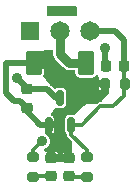
<source format=gbr>
%TF.GenerationSoftware,KiCad,Pcbnew,8.0.2-1*%
%TF.CreationDate,2024-08-18T21:43:29-07:00*%
%TF.ProjectId,HallSwitch,48616c6c-5377-4697-9463-682e6b696361,rev?*%
%TF.SameCoordinates,Original*%
%TF.FileFunction,Copper,L1,Top*%
%TF.FilePolarity,Positive*%
%FSLAX46Y46*%
G04 Gerber Fmt 4.6, Leading zero omitted, Abs format (unit mm)*
G04 Created by KiCad (PCBNEW 8.0.2-1) date 2024-08-18 21:43:29*
%MOMM*%
%LPD*%
G01*
G04 APERTURE LIST*
G04 Aperture macros list*
%AMRoundRect*
0 Rectangle with rounded corners*
0 $1 Rounding radius*
0 $2 $3 $4 $5 $6 $7 $8 $9 X,Y pos of 4 corners*
0 Add a 4 corners polygon primitive as box body*
4,1,4,$2,$3,$4,$5,$6,$7,$8,$9,$2,$3,0*
0 Add four circle primitives for the rounded corners*
1,1,$1+$1,$2,$3*
1,1,$1+$1,$4,$5*
1,1,$1+$1,$6,$7*
1,1,$1+$1,$8,$9*
0 Add four rect primitives between the rounded corners*
20,1,$1+$1,$2,$3,$4,$5,0*
20,1,$1+$1,$4,$5,$6,$7,0*
20,1,$1+$1,$6,$7,$8,$9,0*
20,1,$1+$1,$8,$9,$2,$3,0*%
G04 Aperture macros list end*
%TA.AperFunction,SMDPad,CuDef*%
%ADD10RoundRect,0.150000X0.150000X-0.512500X0.150000X0.512500X-0.150000X0.512500X-0.150000X-0.512500X0*%
%TD*%
%TA.AperFunction,SMDPad,CuDef*%
%ADD11RoundRect,0.225000X0.250000X-0.225000X0.250000X0.225000X-0.250000X0.225000X-0.250000X-0.225000X0*%
%TD*%
%TA.AperFunction,SMDPad,CuDef*%
%ADD12RoundRect,0.218750X0.256250X-0.218750X0.256250X0.218750X-0.256250X0.218750X-0.256250X-0.218750X0*%
%TD*%
%TA.AperFunction,SMDPad,CuDef*%
%ADD13RoundRect,0.200000X-0.200000X-0.275000X0.200000X-0.275000X0.200000X0.275000X-0.200000X0.275000X0*%
%TD*%
%TA.AperFunction,SMDPad,CuDef*%
%ADD14RoundRect,0.225000X0.225000X0.250000X-0.225000X0.250000X-0.225000X-0.250000X0.225000X-0.250000X0*%
%TD*%
%TA.AperFunction,SMDPad,CuDef*%
%ADD15RoundRect,0.200000X0.275000X-0.200000X0.275000X0.200000X-0.275000X0.200000X-0.275000X-0.200000X0*%
%TD*%
%TA.AperFunction,SMDPad,CuDef*%
%ADD16RoundRect,0.250000X-0.450000X-0.800000X0.450000X-0.800000X0.450000X0.800000X-0.450000X0.800000X0*%
%TD*%
%TA.AperFunction,ComponentPad*%
%ADD17R,1.650000X1.650000*%
%TD*%
%TA.AperFunction,ComponentPad*%
%ADD18C,1.650000*%
%TD*%
%TA.AperFunction,ViaPad*%
%ADD19C,0.889000*%
%TD*%
%TA.AperFunction,Conductor*%
%ADD20C,0.508000*%
%TD*%
%TA.AperFunction,Conductor*%
%ADD21C,0.304800*%
%TD*%
%TA.AperFunction,Conductor*%
%ADD22C,0.762000*%
%TD*%
G04 APERTURE END LIST*
D10*
%TO.P,U1,1,VDD*%
%TO.N,SYS PWR*%
X126050000Y-104413900D03*
%TO.P,U1,2,OUT*%
%TO.N,Net-(J1-Pin_3)*%
X127950000Y-104413900D03*
%TO.P,U1,3,VSS*%
%TO.N,GND*%
X127000000Y-102138900D03*
%TD*%
D11*
%TO.P,C1,1*%
%TO.N,SYS PWR*%
X124155200Y-102959200D03*
%TO.P,C1,2*%
%TO.N,GND*%
X124155200Y-101409200D03*
%TD*%
D12*
%TO.P,D3,1,K*%
%TO.N,Net-(D3-K)*%
X127762000Y-108788300D03*
%TO.P,D3,2,A*%
%TO.N,SYS PWR*%
X127762000Y-107213300D03*
%TD*%
D13*
%TO.P,R1,1*%
%TO.N,SYS PWR*%
X130797800Y-100939600D03*
%TO.P,R1,2*%
%TO.N,Net-(J1-Pin_3)*%
X132447800Y-100939600D03*
%TD*%
D14*
%TO.P,C2,1*%
%TO.N,Net-(J1-Pin_3)*%
X132397800Y-99466400D03*
%TO.P,C2,2*%
%TO.N,GND*%
X130847800Y-99466400D03*
%TD*%
D15*
%TO.P,R3,1*%
%TO.N,Net-(D3-K)*%
X129286000Y-108825800D03*
%TO.P,R3,2*%
%TO.N,Net-(J1-Pin_3)*%
X129286000Y-107175800D03*
%TD*%
%TO.P,R2,1*%
%TO.N,Net-(D2-K)*%
X124714000Y-108825800D03*
%TO.P,R2,2*%
%TO.N,GND*%
X124714000Y-107175800D03*
%TD*%
D12*
%TO.P,D2,1,K*%
%TO.N,Net-(D2-K)*%
X126238000Y-108788300D03*
%TO.P,D2,2,A*%
%TO.N,SYS PWR*%
X126238000Y-107213300D03*
%TD*%
D16*
%TO.P,D1,1,K*%
%TO.N,SYS PWR*%
X124774600Y-99187000D03*
%TO.P,D1,2,A*%
%TO.N,+5V*%
X129174600Y-99187000D03*
%TD*%
D17*
%TO.P,J1,1,Pin_1*%
%TO.N,GND*%
X124460000Y-96520000D03*
D18*
%TO.P,J1,2,Pin_2*%
%TO.N,+5V*%
X127000000Y-96520000D03*
%TO.P,J1,3,Pin_3*%
%TO.N,Net-(J1-Pin_3)*%
X129540000Y-96520000D03*
%TD*%
D19*
%TO.N,GND*%
X125476000Y-105816400D03*
X130784000Y-97942400D03*
X123326500Y-100482400D03*
%TD*%
D20*
%TO.N,SYS PWR*%
X124155200Y-103255728D02*
X124155200Y-102959200D01*
X124155200Y-102959200D02*
X123579900Y-102383900D01*
X125313372Y-104413900D02*
X124155200Y-103255728D01*
X122428000Y-101752400D02*
X122428000Y-99212400D01*
X122453400Y-99187000D02*
X124774600Y-99187000D01*
X122428000Y-99212400D02*
X122453400Y-99187000D01*
X123579900Y-102383900D02*
X123059500Y-102383900D01*
X126050000Y-104413900D02*
X125313372Y-104413900D01*
X123059500Y-102383900D02*
X122428000Y-101752400D01*
%TO.N,GND*%
X123326500Y-100482400D02*
X124155200Y-101311100D01*
X125894800Y-101409200D02*
X124155200Y-101409200D01*
X130784000Y-97942400D02*
X130784000Y-99402600D01*
X130784000Y-99402600D02*
X130847800Y-99466400D01*
X126624500Y-102138900D02*
X125894800Y-101409200D01*
D21*
X124714000Y-106578400D02*
X125476000Y-105816400D01*
D20*
X124155200Y-101311100D02*
X124155200Y-101409200D01*
X127000000Y-102138900D02*
X126624500Y-102138900D01*
D21*
X124714000Y-107175800D02*
X124714000Y-106578400D01*
%TO.N,Net-(J1-Pin_3)*%
X127950000Y-104413900D02*
X128830312Y-104413900D01*
X128830312Y-104413900D02*
X130412812Y-102831400D01*
X127950000Y-105242400D02*
X129286000Y-106578400D01*
X130412812Y-102831400D02*
X131515500Y-102831400D01*
D20*
X129540000Y-96520000D02*
X131673600Y-96520000D01*
X132397800Y-97244200D02*
X132397800Y-99466400D01*
D21*
X132397800Y-101949100D02*
X132397800Y-99466400D01*
X129286000Y-106578400D02*
X129286000Y-107175800D01*
X131515500Y-102831400D02*
X132397800Y-101949100D01*
X127950000Y-104413900D02*
X127950000Y-105242400D01*
D20*
X131673600Y-96520000D02*
X132397800Y-97244200D01*
D22*
%TO.N,+5V*%
X127736600Y-99187000D02*
X129174600Y-99187000D01*
X127000000Y-98450400D02*
X127736600Y-99187000D01*
X127000000Y-96520000D02*
X127000000Y-98450400D01*
D21*
%TO.N,Net-(D2-K)*%
X126238000Y-108788300D02*
X124751500Y-108788300D01*
X124751500Y-108788300D02*
X124714000Y-108825800D01*
%TO.N,Net-(D3-K)*%
X129286000Y-108825800D02*
X127799500Y-108825800D01*
X127799500Y-108825800D02*
X127762000Y-108788300D01*
%TD*%
%TA.AperFunction,Conductor*%
%TO.N,SYS PWR*%
G36*
X125730000Y-99695000D02*
G01*
X125058078Y-99695000D01*
X125002471Y-99663080D01*
X124970300Y-99601058D01*
X124968797Y-99585532D01*
X124968383Y-99585565D01*
X124968000Y-99580710D01*
X124968000Y-99580700D01*
X124968000Y-98171000D01*
X125730000Y-98171000D01*
X125730000Y-99695000D01*
G37*
%TD.AperFunction*%
%TD*%
%TA.AperFunction,Conductor*%
%TO.N,SYS PWR*%
G36*
X126361539Y-98089085D02*
G01*
X126407294Y-98141889D01*
X126418500Y-98193400D01*
X126418500Y-98366231D01*
X126418499Y-98366249D01*
X126418499Y-98373844D01*
X126418499Y-98526956D01*
X126450164Y-98645128D01*
X126450164Y-98645130D01*
X126458126Y-98674848D01*
X126458127Y-98674849D01*
X126534685Y-98807451D01*
X126650015Y-98922781D01*
X126650021Y-98922786D01*
X127266943Y-99539708D01*
X127266953Y-99539719D01*
X127271283Y-99544049D01*
X127271284Y-99544050D01*
X127379550Y-99652316D01*
X127512149Y-99728872D01*
X127551774Y-99739489D01*
X127551776Y-99739490D01*
X127551777Y-99739490D01*
X127587867Y-99749160D01*
X127660045Y-99768501D01*
X127660047Y-99768501D01*
X127820752Y-99768501D01*
X127820768Y-99768500D01*
X128150100Y-99768500D01*
X128217139Y-99788185D01*
X128262894Y-99840989D01*
X128274100Y-99892500D01*
X128274100Y-100041269D01*
X128276953Y-100071699D01*
X128276953Y-100071701D01*
X128320757Y-100196881D01*
X128321807Y-100199882D01*
X128402450Y-100309150D01*
X128511718Y-100389793D01*
X128554445Y-100404744D01*
X128639899Y-100434646D01*
X128670330Y-100437500D01*
X128670334Y-100437500D01*
X129678870Y-100437500D01*
X129709299Y-100434646D01*
X129709301Y-100434646D01*
X129773390Y-100412219D01*
X129837482Y-100389793D01*
X129946750Y-100309150D01*
X129998427Y-100239129D01*
X130054072Y-100196881D01*
X130123728Y-100191422D01*
X130185277Y-100224489D01*
X130190873Y-100230383D01*
X130232233Y-100276913D01*
X130299785Y-100352908D01*
X130329611Y-100416090D01*
X130320543Y-100485368D01*
X130319488Y-100487693D01*
X130277068Y-100578661D01*
X130271349Y-100622100D01*
X130539067Y-100622100D01*
X131021279Y-101164589D01*
X131101605Y-101286552D01*
X131115300Y-101331795D01*
X131115300Y-101541375D01*
X131120374Y-101547184D01*
X131130592Y-101616302D01*
X131126853Y-101633763D01*
X131108955Y-101695303D01*
X131094187Y-101727737D01*
X131029776Y-101827896D01*
X131019056Y-101842185D01*
X130502812Y-102435866D01*
X130443968Y-102473538D01*
X130409241Y-102478500D01*
X130366352Y-102478500D01*
X130306516Y-102494533D01*
X130276597Y-102502550D01*
X130196125Y-102549010D01*
X130114653Y-102630482D01*
X130053329Y-102663966D01*
X130026972Y-102666800D01*
X129184400Y-102666800D01*
X129037102Y-102807692D01*
X129037100Y-102807695D01*
X128287063Y-103525120D01*
X128225011Y-103557234D01*
X128183474Y-103558216D01*
X128133261Y-103550900D01*
X128133260Y-103550900D01*
X127766740Y-103550900D01*
X127766739Y-103550900D01*
X127698608Y-103560826D01*
X127593514Y-103612203D01*
X127510803Y-103694914D01*
X127459426Y-103800008D01*
X127449500Y-103868139D01*
X127449500Y-104959660D01*
X127459426Y-105027791D01*
X127510803Y-105132885D01*
X127560781Y-105182863D01*
X127594266Y-105244186D01*
X127597100Y-105270544D01*
X127597100Y-105288860D01*
X127621150Y-105378614D01*
X127667609Y-105459084D01*
X127667611Y-105459087D01*
X127979681Y-105771157D01*
X128013166Y-105832480D01*
X128016000Y-105858838D01*
X128016000Y-107086400D01*
X127998690Y-107217880D01*
X127947941Y-107340400D01*
X127867210Y-107445610D01*
X127762000Y-107526341D01*
X127751235Y-107530800D01*
X127170304Y-107530800D01*
X127166338Y-107537026D01*
X127113716Y-107582989D01*
X127061758Y-107594400D01*
X126938242Y-107594400D01*
X126871203Y-107574715D01*
X126833662Y-107537026D01*
X126829696Y-107530800D01*
X126111601Y-107530800D01*
X126110741Y-107530456D01*
X126007230Y-107454355D01*
X125926121Y-107354720D01*
X125920500Y-107342453D01*
X125920500Y-106895800D01*
X126555500Y-106895800D01*
X126829695Y-106895800D01*
X126829694Y-106895799D01*
X127170305Y-106895799D01*
X127170305Y-106895800D01*
X127444500Y-106895800D01*
X127444500Y-106651530D01*
X127444499Y-106651529D01*
X127414884Y-106655428D01*
X127414882Y-106655429D01*
X127304375Y-106706959D01*
X127218158Y-106793176D01*
X127170305Y-106895799D01*
X126829694Y-106895799D01*
X126781841Y-106793176D01*
X126695623Y-106706958D01*
X126585119Y-106655429D01*
X126555500Y-106651529D01*
X126555500Y-106895800D01*
X125920500Y-106895800D01*
X125920500Y-106651530D01*
X125920499Y-106651529D01*
X125890884Y-106655428D01*
X125890881Y-106655429D01*
X125844523Y-106677046D01*
X125775446Y-106687537D01*
X125711662Y-106659016D01*
X125673764Y-106601648D01*
X125661496Y-106562389D01*
X125660289Y-106492530D01*
X125697043Y-106433108D01*
X125722219Y-106415612D01*
X125845093Y-106351123D01*
X125962335Y-106247255D01*
X126051314Y-106118348D01*
X126106857Y-105971892D01*
X126125737Y-105816400D01*
X126106857Y-105660908D01*
X126051314Y-105514452D01*
X125962335Y-105385545D01*
X125962333Y-105385543D01*
X125962330Y-105385540D01*
X125845093Y-105281677D01*
X125845094Y-105281677D01*
X125816373Y-105266603D01*
X125766161Y-105218017D01*
X125751627Y-105162968D01*
X126350000Y-105162968D01*
X126359253Y-105158883D01*
X126432482Y-105085654D01*
X126474312Y-104990920D01*
X126474312Y-104990918D01*
X126476999Y-104967760D01*
X126477000Y-104967754D01*
X126477000Y-104713900D01*
X126350000Y-104713900D01*
X126350000Y-105162968D01*
X125751627Y-105162968D01*
X125750000Y-105156807D01*
X125750000Y-104237900D01*
X125769685Y-104170861D01*
X125822489Y-104125106D01*
X125874000Y-104113900D01*
X126476999Y-104113900D01*
X126476999Y-103860051D01*
X126476998Y-103860042D01*
X126474312Y-103836881D01*
X126474311Y-103836877D01*
X126432483Y-103742146D01*
X126359254Y-103668917D01*
X126281564Y-103634613D01*
X126228188Y-103589527D01*
X126210015Y-103530400D01*
X126238000Y-103530400D01*
X126545043Y-103018660D01*
X126596410Y-102971306D01*
X126665230Y-102959238D01*
X126705827Y-102971059D01*
X126748607Y-102991973D01*
X126782673Y-102996936D01*
X126816739Y-103001900D01*
X126816740Y-103001900D01*
X127183261Y-103001900D01*
X127205971Y-102998591D01*
X127251393Y-102991973D01*
X127356483Y-102940598D01*
X127439198Y-102857883D01*
X127490573Y-102752793D01*
X127500500Y-102684660D01*
X127500500Y-101593140D01*
X127490573Y-101525007D01*
X127439198Y-101419917D01*
X127439196Y-101419915D01*
X127439196Y-101419914D01*
X127356485Y-101337203D01*
X127251391Y-101285826D01*
X127183261Y-101275900D01*
X127183260Y-101275900D01*
X126816740Y-101275900D01*
X126816739Y-101275900D01*
X126748608Y-101285826D01*
X126643514Y-101337203D01*
X126642220Y-101338498D01*
X126640013Y-101339703D01*
X126635153Y-101343173D01*
X126634733Y-101342585D01*
X126580897Y-101371983D01*
X126511205Y-101366999D01*
X126466858Y-101338498D01*
X126385460Y-101257100D01*
X130271351Y-101257100D01*
X130277068Y-101300539D01*
X130325806Y-101405054D01*
X130407346Y-101486594D01*
X130480299Y-101520613D01*
X130480300Y-101520613D01*
X130480300Y-101257100D01*
X130271351Y-101257100D01*
X126385460Y-101257100D01*
X126265561Y-101137201D01*
X126265559Y-101137198D01*
X126173872Y-101045511D01*
X126173870Y-101045509D01*
X126097674Y-101001517D01*
X126059392Y-100967063D01*
X125612732Y-100352906D01*
X125568491Y-100292075D01*
X125544981Y-100226281D01*
X125557375Y-100164683D01*
X125590921Y-100096063D01*
X125590924Y-100096053D01*
X125601600Y-100022779D01*
X125601600Y-99695000D01*
X125730000Y-99695000D01*
X125730000Y-98171000D01*
X125567855Y-98171000D01*
X125591802Y-98114689D01*
X125649567Y-98075383D01*
X125687618Y-98069400D01*
X126294500Y-98069400D01*
X126361539Y-98089085D01*
G37*
%TD.AperFunction*%
%TA.AperFunction,Conductor*%
G36*
X124968000Y-99466400D02*
G01*
X124540339Y-98878367D01*
X124581100Y-98869500D01*
X124968000Y-98869500D01*
X124968000Y-99466400D01*
G37*
%TD.AperFunction*%
%TD*%
%TA.AperFunction,NonConductor*%
G36*
X128285769Y-94365226D02*
G01*
X128301010Y-94369310D01*
X128360670Y-94405675D01*
X128388688Y-94456984D01*
X128392773Y-94472226D01*
X128397000Y-94504326D01*
X128397000Y-95106673D01*
X128392773Y-95138773D01*
X128388688Y-95154015D01*
X128352320Y-95213674D01*
X128301017Y-95241687D01*
X128285776Y-95245772D01*
X128253674Y-95250000D01*
X126000326Y-95250000D01*
X125968226Y-95245773D01*
X125952984Y-95241688D01*
X125893325Y-95205320D01*
X125865309Y-95154008D01*
X125861225Y-95138766D01*
X125857000Y-95106673D01*
X125857000Y-94504326D01*
X125861225Y-94472233D01*
X125865309Y-94456991D01*
X125901674Y-94397330D01*
X125952991Y-94369309D01*
X125968233Y-94365225D01*
X126000326Y-94361000D01*
X128253674Y-94361000D01*
X128285769Y-94365226D01*
G37*
%TD.AperFunction*%
M02*

</source>
